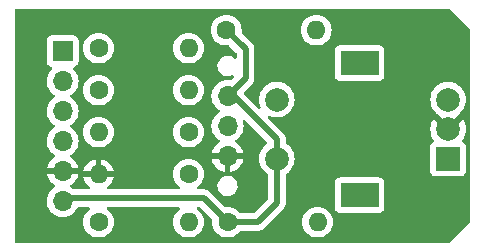
<source format=gbr>
%TF.GenerationSoftware,KiCad,Pcbnew,7.0.2*%
%TF.CreationDate,2023-05-26T20:55:18+09:00*%
%TF.ProjectId,Pmod_encoder,506d6f64-5f65-46e6-936f-6465722e6b69,rev?*%
%TF.SameCoordinates,Original*%
%TF.FileFunction,Copper,L2,Bot*%
%TF.FilePolarity,Positive*%
%FSLAX46Y46*%
G04 Gerber Fmt 4.6, Leading zero omitted, Abs format (unit mm)*
G04 Created by KiCad (PCBNEW 7.0.2) date 2023-05-26 20:55:18*
%MOMM*%
%LPD*%
G01*
G04 APERTURE LIST*
%TA.AperFunction,ComponentPad*%
%ADD10R,1.700000X1.700000*%
%TD*%
%TA.AperFunction,ComponentPad*%
%ADD11O,1.700000X1.700000*%
%TD*%
%TA.AperFunction,ComponentPad*%
%ADD12C,1.600000*%
%TD*%
%TA.AperFunction,ComponentPad*%
%ADD13O,1.600000X1.600000*%
%TD*%
%TA.AperFunction,ComponentPad*%
%ADD14R,2.000000X2.000000*%
%TD*%
%TA.AperFunction,ComponentPad*%
%ADD15C,2.000000*%
%TD*%
%TA.AperFunction,ComponentPad*%
%ADD16R,3.200000X2.000000*%
%TD*%
%TA.AperFunction,ViaPad*%
%ADD17C,0.800000*%
%TD*%
%TA.AperFunction,Conductor*%
%ADD18C,0.500000*%
%TD*%
G04 APERTURE END LIST*
D10*
%TO.P,J1,1,Pin_1*%
%TO.N,Net-(J1-Pin_1)*%
X102624000Y-86868000D03*
D11*
%TO.P,J1,2,Pin_2*%
%TO.N,Net-(J1-Pin_2)*%
X102624000Y-89408000D03*
%TO.P,J1,3,Pin_3*%
%TO.N,Net-(J1-Pin_3)*%
X102624000Y-91948000D03*
%TO.P,J1,4,Pin_4*%
%TO.N,Net-(J1-Pin_4)*%
X102624000Y-94488000D03*
%TO.P,J1,5,Pin_5*%
%TO.N,GND*%
X102624000Y-97028000D03*
%TO.P,J1,6,Pin_6*%
%TO.N,VCC*%
X102624000Y-99568000D03*
%TD*%
D12*
%TO.P,R1,1*%
%TO.N,Net-(SW1-B)*%
X113284000Y-93726000D03*
D13*
%TO.P,R1,2*%
%TO.N,Net-(J1-Pin_4)*%
X105664000Y-93726000D03*
%TD*%
D12*
%TO.P,R7,1*%
%TO.N,VCC*%
X116586000Y-101346000D03*
D13*
%TO.P,R7,2*%
%TO.N,Net-(R3-Pad2)*%
X124206000Y-101346000D03*
%TD*%
D12*
%TO.P,R4,1*%
%TO.N,Net-(J1-Pin_3)*%
X105664000Y-101346000D03*
D13*
%TO.P,R4,2*%
%TO.N,Net-(R4-Pad2)*%
X113284000Y-101346000D03*
%TD*%
D12*
%TO.P,R6,1*%
%TO.N,Net-(R4-Pad2)*%
X113284000Y-97282000D03*
D13*
%TO.P,R6,2*%
%TO.N,GND*%
X105664000Y-97282000D03*
%TD*%
D12*
%TO.P,R3,1*%
%TO.N,Net-(J1-Pin_1)*%
X105664000Y-90170000D03*
D13*
%TO.P,R3,2*%
%TO.N,Net-(R3-Pad2)*%
X113284000Y-90170000D03*
%TD*%
D12*
%TO.P,R5,1*%
%TO.N,VCC*%
X116482500Y-85090000D03*
D13*
%TO.P,R5,2*%
%TO.N,Net-(R2-Pad2)*%
X124102500Y-85090000D03*
%TD*%
D11*
%TO.P,SW1,1,A*%
%TO.N,VCC*%
X116586000Y-90678000D03*
%TO.P,SW1,2,B*%
%TO.N,Net-(SW1-B)*%
X116586000Y-93218000D03*
%TO.P,SW1,3,C*%
%TO.N,GND*%
X116586000Y-95758000D03*
%TD*%
D12*
%TO.P,R2,1*%
%TO.N,Net-(J1-Pin_2)*%
X105664000Y-86614000D03*
D13*
%TO.P,R2,2*%
%TO.N,Net-(R2-Pad2)*%
X113284000Y-86614000D03*
%TD*%
D14*
%TO.P,SW2,A,A*%
%TO.N,Net-(R3-Pad2)*%
X135262000Y-95972000D03*
D15*
%TO.P,SW2,B,B*%
%TO.N,Net-(R2-Pad2)*%
X135262000Y-90972000D03*
%TO.P,SW2,C,C*%
%TO.N,GND*%
X135262000Y-93472000D03*
D16*
%TO.P,SW2,MP*%
%TO.N,N/C*%
X127762000Y-99072000D03*
X127762000Y-87872000D03*
D15*
%TO.P,SW2,S1,S1*%
%TO.N,Net-(R4-Pad2)*%
X120762000Y-90972000D03*
%TO.P,SW2,S2,S2*%
%TO.N,VCC*%
X120762000Y-95972000D03*
%TD*%
D17*
%TO.N,GND*%
X109982000Y-84328000D03*
%TD*%
D18*
%TO.N,VCC*%
X118110000Y-86717500D02*
X116482500Y-85090000D01*
X102624000Y-99568000D02*
X102878000Y-99314000D01*
X116586000Y-90678000D02*
X118110000Y-89154000D01*
X119126000Y-101346000D02*
X120762000Y-99710000D01*
X117094000Y-90678000D02*
X116586000Y-90678000D01*
X118110000Y-89154000D02*
X118110000Y-86717500D01*
X102878000Y-99314000D02*
X114554000Y-99314000D01*
X120762000Y-95972000D02*
X120762000Y-94346000D01*
X120762000Y-94346000D02*
X117094000Y-90678000D01*
X116586000Y-101346000D02*
X119126000Y-101346000D01*
X114554000Y-99314000D02*
X116586000Y-101346000D01*
X120762000Y-99710000D02*
X120762000Y-95972000D01*
%TD*%
%TA.AperFunction,Conductor*%
%TO.N,GND*%
G36*
X135397469Y-83332185D02*
G01*
X135418111Y-83348819D01*
X137123181Y-85053888D01*
X137156666Y-85115211D01*
X137159500Y-85141569D01*
X137159500Y-101294428D01*
X137139815Y-101361467D01*
X137123181Y-101382109D01*
X135418110Y-103087181D01*
X135356787Y-103120666D01*
X135330429Y-103123500D01*
X98676500Y-103123500D01*
X98609461Y-103103815D01*
X98563706Y-103051011D01*
X98552500Y-102999500D01*
X98552500Y-99568000D01*
X101268340Y-99568000D01*
X101288936Y-99803407D01*
X101330275Y-99957684D01*
X101350097Y-100031663D01*
X101449965Y-100245830D01*
X101585505Y-100439401D01*
X101752599Y-100606495D01*
X101946170Y-100742035D01*
X102160337Y-100841903D01*
X102388592Y-100903063D01*
X102623999Y-100923659D01*
X102623999Y-100923658D01*
X102624000Y-100923659D01*
X102859408Y-100903063D01*
X103087663Y-100841903D01*
X103301830Y-100742035D01*
X103495401Y-100606495D01*
X103662495Y-100439401D01*
X103798035Y-100245830D01*
X103849206Y-100136093D01*
X103895377Y-100083656D01*
X103961587Y-100064500D01*
X104833540Y-100064500D01*
X104900579Y-100084185D01*
X104946334Y-100136989D01*
X104956278Y-100206147D01*
X104927253Y-100269703D01*
X104904663Y-100290075D01*
X104824859Y-100345953D01*
X104663953Y-100506859D01*
X104533432Y-100693264D01*
X104437261Y-100899502D01*
X104378364Y-101119310D01*
X104358531Y-101346000D01*
X104378364Y-101572689D01*
X104437261Y-101792497D01*
X104533432Y-101998735D01*
X104663953Y-102185140D01*
X104824859Y-102346046D01*
X105011264Y-102476567D01*
X105011265Y-102476567D01*
X105011266Y-102476568D01*
X105217504Y-102572739D01*
X105437308Y-102631635D01*
X105664000Y-102651468D01*
X105890692Y-102631635D01*
X106110496Y-102572739D01*
X106316734Y-102476568D01*
X106503139Y-102346047D01*
X106664047Y-102185139D01*
X106794568Y-101998734D01*
X106890739Y-101792496D01*
X106949635Y-101572692D01*
X106969468Y-101346000D01*
X106949635Y-101119308D01*
X106890739Y-100899504D01*
X106794568Y-100693266D01*
X106726113Y-100595500D01*
X106664046Y-100506859D01*
X106503140Y-100345953D01*
X106423337Y-100290075D01*
X106379712Y-100235499D01*
X106372518Y-100166000D01*
X106404041Y-100103645D01*
X106464270Y-100068231D01*
X106494460Y-100064500D01*
X112453540Y-100064500D01*
X112520579Y-100084185D01*
X112566334Y-100136989D01*
X112576278Y-100206147D01*
X112547253Y-100269703D01*
X112524663Y-100290075D01*
X112444859Y-100345953D01*
X112283953Y-100506859D01*
X112153432Y-100693264D01*
X112057261Y-100899502D01*
X111998364Y-101119310D01*
X111978531Y-101345999D01*
X111998364Y-101572689D01*
X112057261Y-101792497D01*
X112153432Y-101998735D01*
X112283953Y-102185140D01*
X112444859Y-102346046D01*
X112631264Y-102476567D01*
X112631265Y-102476567D01*
X112631266Y-102476568D01*
X112837504Y-102572739D01*
X113057308Y-102631635D01*
X113208435Y-102644856D01*
X113283999Y-102651468D01*
X113283999Y-102651467D01*
X113284000Y-102651468D01*
X113510692Y-102631635D01*
X113730496Y-102572739D01*
X113936734Y-102476568D01*
X114123139Y-102346047D01*
X114284047Y-102185139D01*
X114414568Y-101998734D01*
X114510739Y-101792496D01*
X114569635Y-101572692D01*
X114589468Y-101346000D01*
X114569635Y-101119308D01*
X114510739Y-100899504D01*
X114414568Y-100693266D01*
X114346113Y-100595500D01*
X114284046Y-100506859D01*
X114123140Y-100345953D01*
X114043337Y-100290075D01*
X113999712Y-100235499D01*
X113992518Y-100166000D01*
X114024041Y-100103645D01*
X114084270Y-100068231D01*
X114114460Y-100064500D01*
X114191770Y-100064500D01*
X114258809Y-100084185D01*
X114279451Y-100100819D01*
X115259282Y-101080650D01*
X115292767Y-101141973D01*
X115295129Y-101179138D01*
X115280531Y-101345999D01*
X115300364Y-101572689D01*
X115359261Y-101792497D01*
X115455432Y-101998735D01*
X115585953Y-102185140D01*
X115746859Y-102346046D01*
X115933264Y-102476567D01*
X115933265Y-102476567D01*
X115933266Y-102476568D01*
X116139504Y-102572739D01*
X116359308Y-102631635D01*
X116586000Y-102651468D01*
X116812692Y-102631635D01*
X117032496Y-102572739D01*
X117238734Y-102476568D01*
X117425139Y-102346047D01*
X117586047Y-102185139D01*
X117611086Y-102149377D01*
X117665664Y-102105752D01*
X117712663Y-102096500D01*
X119062294Y-102096500D01*
X119080264Y-102097809D01*
X119084320Y-102098402D01*
X119104023Y-102101289D01*
X119153368Y-102096972D01*
X119164176Y-102096500D01*
X119166100Y-102096500D01*
X119169709Y-102096500D01*
X119200550Y-102092894D01*
X119204031Y-102092539D01*
X119278797Y-102085999D01*
X119278797Y-102085998D01*
X119280052Y-102085889D01*
X119299062Y-102081674D01*
X119300250Y-102081241D01*
X119300255Y-102081241D01*
X119370820Y-102055557D01*
X119374095Y-102054419D01*
X119445334Y-102030814D01*
X119445336Y-102030812D01*
X119446536Y-102030415D01*
X119464063Y-102021929D01*
X119465112Y-102021238D01*
X119465117Y-102021237D01*
X119527806Y-101980005D01*
X119530798Y-101978099D01*
X119594656Y-101938712D01*
X119594656Y-101938711D01*
X119595729Y-101938050D01*
X119610824Y-101925753D01*
X119611692Y-101924832D01*
X119611696Y-101924830D01*
X119663185Y-101870253D01*
X119665631Y-101867735D01*
X120187367Y-101345999D01*
X122900531Y-101345999D01*
X122920364Y-101572689D01*
X122979261Y-101792497D01*
X123075432Y-101998735D01*
X123205953Y-102185140D01*
X123366859Y-102346046D01*
X123553264Y-102476567D01*
X123553265Y-102476567D01*
X123553266Y-102476568D01*
X123759504Y-102572739D01*
X123979308Y-102631635D01*
X124206000Y-102651468D01*
X124432692Y-102631635D01*
X124652496Y-102572739D01*
X124858734Y-102476568D01*
X125045139Y-102346047D01*
X125206047Y-102185139D01*
X125336568Y-101998734D01*
X125432739Y-101792496D01*
X125491635Y-101572692D01*
X125511468Y-101346000D01*
X125491635Y-101119308D01*
X125432739Y-100899504D01*
X125336568Y-100693266D01*
X125268113Y-100595500D01*
X125206046Y-100506859D01*
X125045140Y-100345953D01*
X124858735Y-100215432D01*
X124652497Y-100119261D01*
X124642484Y-100116578D01*
X125661500Y-100116578D01*
X125661501Y-100119872D01*
X125661853Y-100123152D01*
X125661854Y-100123159D01*
X125667909Y-100179484D01*
X125683643Y-100221669D01*
X125718204Y-100314331D01*
X125804454Y-100429546D01*
X125919669Y-100515796D01*
X126054517Y-100566091D01*
X126114127Y-100572500D01*
X129409872Y-100572499D01*
X129469483Y-100566091D01*
X129604331Y-100515796D01*
X129719546Y-100429546D01*
X129805796Y-100314331D01*
X129856091Y-100179483D01*
X129862500Y-100119873D01*
X129862499Y-98024128D01*
X129856091Y-97964517D01*
X129805796Y-97829669D01*
X129719546Y-97714454D01*
X129604331Y-97628204D01*
X129469483Y-97577909D01*
X129409873Y-97571500D01*
X129406550Y-97571500D01*
X126117439Y-97571500D01*
X126117420Y-97571500D01*
X126114128Y-97571501D01*
X126110848Y-97571853D01*
X126110840Y-97571854D01*
X126054515Y-97577909D01*
X125919669Y-97628204D01*
X125804454Y-97714454D01*
X125718204Y-97829668D01*
X125667910Y-97964515D01*
X125667909Y-97964517D01*
X125661500Y-98024127D01*
X125661500Y-98027448D01*
X125661500Y-98027449D01*
X125661500Y-100116560D01*
X125661500Y-100116578D01*
X124642484Y-100116578D01*
X124432689Y-100060364D01*
X124206000Y-100040531D01*
X123979310Y-100060364D01*
X123759502Y-100119261D01*
X123553264Y-100215432D01*
X123366859Y-100345953D01*
X123205953Y-100506859D01*
X123075432Y-100693264D01*
X122979261Y-100899502D01*
X122920364Y-101119310D01*
X122900531Y-101345999D01*
X120187367Y-101345999D01*
X121247638Y-100285727D01*
X121261256Y-100273957D01*
X121280530Y-100259610D01*
X121312372Y-100221661D01*
X121319686Y-100213681D01*
X121320267Y-100213099D01*
X121323590Y-100209777D01*
X121342837Y-100185433D01*
X121345031Y-100182738D01*
X121393302Y-100125214D01*
X121393303Y-100125210D01*
X121394119Y-100124239D01*
X121404575Y-100107825D01*
X121405109Y-100106679D01*
X121405111Y-100106677D01*
X121436816Y-100038682D01*
X121438369Y-100035475D01*
X121472040Y-99968433D01*
X121472040Y-99968429D01*
X121472610Y-99967296D01*
X121478999Y-99948917D01*
X121479256Y-99947673D01*
X121494431Y-99874171D01*
X121495186Y-99870767D01*
X121512500Y-99797721D01*
X121512500Y-99797717D01*
X121512790Y-99796494D01*
X121514769Y-99777123D01*
X121514732Y-99775859D01*
X121514733Y-99775856D01*
X121512552Y-99700888D01*
X121512500Y-99697283D01*
X121512500Y-97345872D01*
X121532185Y-97278833D01*
X121577486Y-97236815D01*
X121585509Y-97232474D01*
X121585515Y-97232470D01*
X121682668Y-97156852D01*
X121781744Y-97079738D01*
X121950164Y-96896785D01*
X122086173Y-96688607D01*
X122186063Y-96460881D01*
X122247108Y-96219821D01*
X122267643Y-95972000D01*
X122247108Y-95724179D01*
X122186063Y-95483119D01*
X122086173Y-95255393D01*
X121950164Y-95047215D01*
X121781744Y-94864262D01*
X121715355Y-94812589D01*
X121585508Y-94711525D01*
X121577478Y-94707179D01*
X121527889Y-94657958D01*
X121512500Y-94598127D01*
X121512500Y-94409705D01*
X121513809Y-94391735D01*
X121515713Y-94378734D01*
X121517289Y-94367977D01*
X121512971Y-94318633D01*
X121512500Y-94307827D01*
X121512500Y-94305901D01*
X121512500Y-94302291D01*
X121508898Y-94271478D01*
X121508534Y-94267915D01*
X121501888Y-94191942D01*
X121497674Y-94172935D01*
X121497241Y-94171745D01*
X121471571Y-94101217D01*
X121470424Y-94097917D01*
X121446814Y-94026665D01*
X121446812Y-94026662D01*
X121446415Y-94025463D01*
X121437929Y-94007936D01*
X121437237Y-94006884D01*
X121437237Y-94006883D01*
X121396025Y-93944224D01*
X121394106Y-93941212D01*
X121354048Y-93876267D01*
X121341750Y-93861172D01*
X121286290Y-93808848D01*
X121283703Y-93806335D01*
X120035203Y-92557835D01*
X120001718Y-92496512D01*
X120006702Y-92426820D01*
X120048574Y-92370887D01*
X120114038Y-92346470D01*
X120163146Y-92352872D01*
X120392386Y-92431571D01*
X120637665Y-92472500D01*
X120886335Y-92472500D01*
X121131614Y-92431571D01*
X121366810Y-92350828D01*
X121585509Y-92232474D01*
X121781744Y-92079738D01*
X121950164Y-91896785D01*
X122086173Y-91688607D01*
X122186063Y-91460881D01*
X122247108Y-91219821D01*
X122267643Y-90972000D01*
X122267643Y-90971999D01*
X133756356Y-90971999D01*
X133776891Y-91219816D01*
X133776891Y-91219819D01*
X133776892Y-91219821D01*
X133837937Y-91460881D01*
X133848226Y-91484337D01*
X133937825Y-91688604D01*
X133937827Y-91688607D01*
X134073836Y-91896785D01*
X134209325Y-92043965D01*
X134242259Y-92079741D01*
X134343374Y-92158442D01*
X134384187Y-92215152D01*
X134388300Y-92244748D01*
X135129466Y-92985913D01*
X135119685Y-92987320D01*
X134988900Y-93047048D01*
X134880239Y-93141202D01*
X134802507Y-93262156D01*
X134778923Y-93342475D01*
X134038564Y-92602116D01*
X133938266Y-92755634D01*
X133838413Y-92983278D01*
X133777386Y-93224267D01*
X133756858Y-93472000D01*
X133777386Y-93719732D01*
X133838413Y-93960721D01*
X133938268Y-94188370D01*
X134050484Y-94360128D01*
X134070672Y-94427018D01*
X134051493Y-94494203D01*
X134020987Y-94527217D01*
X133904454Y-94614453D01*
X133818204Y-94729668D01*
X133767910Y-94864515D01*
X133767909Y-94864517D01*
X133761500Y-94924127D01*
X133761500Y-94927448D01*
X133761500Y-94927449D01*
X133761500Y-97016560D01*
X133761500Y-97016578D01*
X133761501Y-97019872D01*
X133761853Y-97023152D01*
X133761854Y-97023159D01*
X133767909Y-97079484D01*
X133771322Y-97088634D01*
X133818204Y-97214331D01*
X133904454Y-97329546D01*
X134019669Y-97415796D01*
X134154517Y-97466091D01*
X134214127Y-97472500D01*
X136309872Y-97472499D01*
X136369483Y-97466091D01*
X136504331Y-97415796D01*
X136619546Y-97329546D01*
X136705796Y-97214331D01*
X136756091Y-97079483D01*
X136762500Y-97019873D01*
X136762499Y-94924128D01*
X136756091Y-94864517D01*
X136705796Y-94729669D01*
X136619546Y-94614454D01*
X136504331Y-94528204D01*
X136504329Y-94528203D01*
X136503013Y-94527218D01*
X136461142Y-94471284D01*
X136456158Y-94401593D01*
X136473515Y-94360129D01*
X136585733Y-94188365D01*
X136685586Y-93960721D01*
X136746613Y-93719732D01*
X136767141Y-93471999D01*
X136746613Y-93224267D01*
X136685586Y-92983278D01*
X136585730Y-92755630D01*
X136485434Y-92602116D01*
X135745076Y-93342474D01*
X135721493Y-93262156D01*
X135643761Y-93141202D01*
X135535100Y-93047048D01*
X135404315Y-92987320D01*
X135394534Y-92985913D01*
X136137898Y-92242548D01*
X136148515Y-92195852D01*
X136180618Y-92158446D01*
X136281744Y-92079738D01*
X136450164Y-91896785D01*
X136586173Y-91688607D01*
X136686063Y-91460881D01*
X136747108Y-91219821D01*
X136767643Y-90972000D01*
X136747108Y-90724179D01*
X136686063Y-90483119D01*
X136586173Y-90255393D01*
X136450164Y-90047215D01*
X136281744Y-89864262D01*
X136207659Y-89806599D01*
X136085514Y-89711529D01*
X136085510Y-89711526D01*
X136085509Y-89711526D01*
X135866810Y-89593172D01*
X135866806Y-89593170D01*
X135866805Y-89593170D01*
X135631615Y-89512429D01*
X135386335Y-89471500D01*
X135137665Y-89471500D01*
X134892384Y-89512429D01*
X134657194Y-89593170D01*
X134438485Y-89711529D01*
X134242259Y-89864259D01*
X134073837Y-90047214D01*
X133937825Y-90255395D01*
X133854002Y-90446494D01*
X133837937Y-90483119D01*
X133804161Y-90616496D01*
X133776891Y-90724183D01*
X133756356Y-90971999D01*
X122267643Y-90971999D01*
X122247108Y-90724179D01*
X122186063Y-90483119D01*
X122086173Y-90255393D01*
X121950164Y-90047215D01*
X121781744Y-89864262D01*
X121707659Y-89806599D01*
X121585514Y-89711529D01*
X121585510Y-89711526D01*
X121585509Y-89711526D01*
X121366810Y-89593172D01*
X121366806Y-89593170D01*
X121366805Y-89593170D01*
X121131615Y-89512429D01*
X120886335Y-89471500D01*
X120637665Y-89471500D01*
X120392384Y-89512429D01*
X120157194Y-89593170D01*
X119938485Y-89711529D01*
X119742259Y-89864259D01*
X119573837Y-90047214D01*
X119437825Y-90255395D01*
X119354002Y-90446494D01*
X119337937Y-90483119D01*
X119304161Y-90616496D01*
X119276891Y-90724183D01*
X119256356Y-90971999D01*
X119276891Y-91219816D01*
X119276891Y-91219819D01*
X119276892Y-91219821D01*
X119337937Y-91460881D01*
X119348225Y-91484336D01*
X119385570Y-91569474D01*
X119394473Y-91638774D01*
X119364496Y-91701886D01*
X119305156Y-91738773D01*
X119235294Y-91737722D01*
X119184333Y-91706965D01*
X117989048Y-90511680D01*
X117955563Y-90450357D01*
X117960547Y-90380665D01*
X117989048Y-90336318D01*
X118278152Y-90047214D01*
X118595638Y-89729727D01*
X118609256Y-89717957D01*
X118628530Y-89703610D01*
X118660372Y-89665661D01*
X118667686Y-89657681D01*
X118668267Y-89657099D01*
X118671590Y-89653777D01*
X118690832Y-89629438D01*
X118693054Y-89626711D01*
X118741302Y-89569214D01*
X118741302Y-89569212D01*
X118742117Y-89568242D01*
X118752566Y-89551840D01*
X118753105Y-89550682D01*
X118753110Y-89550677D01*
X118784832Y-89482647D01*
X118786348Y-89479516D01*
X118820040Y-89412433D01*
X118820040Y-89412429D01*
X118820610Y-89411296D01*
X118826999Y-89392917D01*
X118827256Y-89391673D01*
X118842431Y-89318172D01*
X118843190Y-89314753D01*
X118860500Y-89241721D01*
X118860499Y-89241718D01*
X118860792Y-89240487D01*
X118862769Y-89221130D01*
X118862732Y-89219860D01*
X118862733Y-89219856D01*
X118860551Y-89144887D01*
X118860499Y-89141281D01*
X118860499Y-88916578D01*
X125661500Y-88916578D01*
X125661501Y-88919872D01*
X125661853Y-88923152D01*
X125661854Y-88923159D01*
X125667909Y-88979484D01*
X125692657Y-89045836D01*
X125718204Y-89114331D01*
X125804454Y-89229546D01*
X125919669Y-89315796D01*
X126054517Y-89366091D01*
X126114127Y-89372500D01*
X129409872Y-89372499D01*
X129469483Y-89366091D01*
X129604331Y-89315796D01*
X129719546Y-89229546D01*
X129805796Y-89114331D01*
X129856091Y-88979483D01*
X129862500Y-88919873D01*
X129862499Y-86824128D01*
X129856091Y-86764517D01*
X129805796Y-86629669D01*
X129719546Y-86514454D01*
X129604331Y-86428204D01*
X129469483Y-86377909D01*
X129409873Y-86371500D01*
X129406550Y-86371500D01*
X126117439Y-86371500D01*
X126117420Y-86371500D01*
X126114128Y-86371501D01*
X126110848Y-86371853D01*
X126110840Y-86371854D01*
X126054515Y-86377909D01*
X125919669Y-86428204D01*
X125804454Y-86514454D01*
X125718204Y-86629668D01*
X125667910Y-86764515D01*
X125667909Y-86764517D01*
X125661500Y-86824127D01*
X125661500Y-86827448D01*
X125661500Y-86827449D01*
X125661500Y-88916560D01*
X125661500Y-88916578D01*
X118860499Y-88916578D01*
X118860499Y-87960330D01*
X118860499Y-86781191D01*
X118861809Y-86763232D01*
X118865289Y-86739476D01*
X118860972Y-86690129D01*
X118860500Y-86679323D01*
X118860500Y-86677401D01*
X118860500Y-86673791D01*
X118856903Y-86643020D01*
X118856536Y-86639429D01*
X118849889Y-86563449D01*
X118845672Y-86544430D01*
X118819592Y-86472774D01*
X118818408Y-86469368D01*
X118794814Y-86398166D01*
X118794812Y-86398163D01*
X118794415Y-86396964D01*
X118785929Y-86379436D01*
X118785237Y-86378384D01*
X118785237Y-86378383D01*
X118744001Y-86315688D01*
X118742086Y-86312681D01*
X118702048Y-86247769D01*
X118689748Y-86232670D01*
X118634273Y-86180332D01*
X118631686Y-86177819D01*
X117809216Y-85355348D01*
X117775731Y-85294025D01*
X117773369Y-85256863D01*
X117787968Y-85090000D01*
X117787968Y-85089999D01*
X122797031Y-85089999D01*
X122816864Y-85316689D01*
X122875761Y-85536497D01*
X122971932Y-85742735D01*
X123102453Y-85929140D01*
X123263359Y-86090046D01*
X123449764Y-86220567D01*
X123449765Y-86220567D01*
X123449766Y-86220568D01*
X123656004Y-86316739D01*
X123875808Y-86375635D01*
X124009231Y-86387308D01*
X124102499Y-86395468D01*
X124102499Y-86395467D01*
X124102500Y-86395468D01*
X124329192Y-86375635D01*
X124548996Y-86316739D01*
X124755234Y-86220568D01*
X124941639Y-86090047D01*
X125102547Y-85929139D01*
X125233068Y-85742734D01*
X125329239Y-85536496D01*
X125388135Y-85316692D01*
X125407968Y-85090000D01*
X125407934Y-85089617D01*
X125388135Y-84863310D01*
X125388135Y-84863308D01*
X125329239Y-84643504D01*
X125233068Y-84437266D01*
X125102547Y-84250861D01*
X125102546Y-84250859D01*
X124941640Y-84089953D01*
X124755235Y-83959432D01*
X124548997Y-83863261D01*
X124329189Y-83804364D01*
X124102500Y-83784531D01*
X123875810Y-83804364D01*
X123656002Y-83863261D01*
X123449764Y-83959432D01*
X123263359Y-84089953D01*
X123102453Y-84250859D01*
X122971932Y-84437264D01*
X122875761Y-84643502D01*
X122816864Y-84863310D01*
X122797031Y-85089999D01*
X117787968Y-85089999D01*
X117787934Y-85089617D01*
X117768135Y-84863310D01*
X117768135Y-84863308D01*
X117709239Y-84643504D01*
X117613068Y-84437266D01*
X117482547Y-84250861D01*
X117482546Y-84250859D01*
X117321640Y-84089953D01*
X117135235Y-83959432D01*
X116928997Y-83863261D01*
X116709189Y-83804364D01*
X116482499Y-83784531D01*
X116255810Y-83804364D01*
X116036002Y-83863261D01*
X115829764Y-83959432D01*
X115643359Y-84089953D01*
X115482453Y-84250859D01*
X115351932Y-84437264D01*
X115255761Y-84643502D01*
X115196864Y-84863310D01*
X115177031Y-85089999D01*
X115196864Y-85316689D01*
X115255761Y-85536497D01*
X115351932Y-85742735D01*
X115482453Y-85929140D01*
X115643359Y-86090046D01*
X115829764Y-86220567D01*
X115829765Y-86220567D01*
X115829766Y-86220568D01*
X116036004Y-86316739D01*
X116255808Y-86375635D01*
X116389231Y-86387308D01*
X116482499Y-86395468D01*
X116482499Y-86395467D01*
X116482500Y-86395468D01*
X116649361Y-86380869D01*
X116717859Y-86394635D01*
X116747848Y-86416716D01*
X117323181Y-86992048D01*
X117356666Y-87053371D01*
X117359500Y-87079729D01*
X117359500Y-87407634D01*
X117339815Y-87474673D01*
X117287011Y-87520428D01*
X117217853Y-87530372D01*
X117160458Y-87506349D01*
X117027063Y-87404944D01*
X116859169Y-87327268D01*
X116678497Y-87287500D01*
X116539887Y-87287500D01*
X116536552Y-87287862D01*
X116536546Y-87287863D01*
X116402091Y-87302485D01*
X116226779Y-87361556D01*
X116068262Y-87456931D01*
X115933960Y-87584149D01*
X115830140Y-87737272D01*
X115761669Y-87909121D01*
X115731740Y-88091685D01*
X115741754Y-88276407D01*
X115791245Y-88454658D01*
X115877899Y-88618103D01*
X115997663Y-88759100D01*
X116144936Y-88871055D01*
X116312830Y-88948731D01*
X116312831Y-88948731D01*
X116312833Y-88948732D01*
X116493503Y-88988500D01*
X116628754Y-88988500D01*
X116632113Y-88988500D01*
X116769910Y-88973514D01*
X116945221Y-88914444D01*
X116945221Y-88914443D01*
X116958000Y-88910138D01*
X116958977Y-88913039D01*
X117006339Y-88900636D01*
X117072769Y-88922286D01*
X117116949Y-88976414D01*
X117124852Y-89045836D01*
X117093968Y-89108509D01*
X117090368Y-89112263D01*
X116897501Y-89305130D01*
X116836178Y-89338615D01*
X116799013Y-89340977D01*
X116586000Y-89322340D01*
X116350592Y-89342936D01*
X116122336Y-89404097D01*
X115908170Y-89503965D01*
X115714598Y-89639505D01*
X115547505Y-89806598D01*
X115411965Y-90000170D01*
X115312097Y-90214336D01*
X115250936Y-90442592D01*
X115230340Y-90678000D01*
X115250936Y-90913407D01*
X115276588Y-91009140D01*
X115312097Y-91141663D01*
X115411965Y-91355830D01*
X115547505Y-91549401D01*
X115714599Y-91716495D01*
X115900160Y-91846426D01*
X115943783Y-91901002D01*
X115950976Y-91970501D01*
X115919454Y-92032855D01*
X115900159Y-92049575D01*
X115714595Y-92179508D01*
X115547505Y-92346598D01*
X115411965Y-92540170D01*
X115312097Y-92754336D01*
X115250936Y-92982592D01*
X115230340Y-93218000D01*
X115250936Y-93453407D01*
X115263236Y-93499310D01*
X115312097Y-93681663D01*
X115411965Y-93895830D01*
X115547505Y-94089401D01*
X115714599Y-94256495D01*
X115900596Y-94386732D01*
X115944219Y-94441307D01*
X115951412Y-94510806D01*
X115919890Y-94573160D01*
X115900595Y-94589880D01*
X115714919Y-94719892D01*
X115547890Y-94886921D01*
X115412400Y-95080421D01*
X115312569Y-95294507D01*
X115255364Y-95507999D01*
X115255364Y-95508000D01*
X116152314Y-95508000D01*
X116126507Y-95548156D01*
X116086000Y-95686111D01*
X116086000Y-95829889D01*
X116126507Y-95967844D01*
X116152314Y-96008000D01*
X115255364Y-96008000D01*
X115312569Y-96221492D01*
X115412399Y-96435576D01*
X115547893Y-96629081D01*
X115714918Y-96796106D01*
X115908423Y-96931600D01*
X116122509Y-97031430D01*
X116336000Y-97088634D01*
X116336000Y-96193501D01*
X116443685Y-96242680D01*
X116550237Y-96258000D01*
X116621763Y-96258000D01*
X116728315Y-96242680D01*
X116835999Y-96193501D01*
X116835999Y-97088633D01*
X117049491Y-97031430D01*
X117263576Y-96931600D01*
X117457081Y-96796106D01*
X117624106Y-96629081D01*
X117759600Y-96435576D01*
X117859430Y-96221492D01*
X117916636Y-96008000D01*
X117019686Y-96008000D01*
X117045493Y-95967844D01*
X117086000Y-95829889D01*
X117086000Y-95686111D01*
X117045493Y-95548156D01*
X117019686Y-95508000D01*
X117916636Y-95508000D01*
X117916635Y-95507999D01*
X117859430Y-95294507D01*
X117759599Y-95080421D01*
X117624109Y-94886921D01*
X117457081Y-94719893D01*
X117271404Y-94589880D01*
X117227780Y-94535303D01*
X117220587Y-94465804D01*
X117252109Y-94403450D01*
X117271399Y-94386734D01*
X117457401Y-94256495D01*
X117624495Y-94089401D01*
X117760035Y-93895830D01*
X117859903Y-93681663D01*
X117921063Y-93453408D01*
X117941659Y-93218000D01*
X117921063Y-92982592D01*
X117888512Y-92861108D01*
X117890175Y-92791261D01*
X117929337Y-92733398D01*
X117993565Y-92705894D01*
X118062468Y-92717480D01*
X118095968Y-92741336D01*
X119910992Y-94556359D01*
X119944477Y-94617682D01*
X119939493Y-94687374D01*
X119899474Y-94741893D01*
X119742256Y-94864261D01*
X119573837Y-95047214D01*
X119437825Y-95255395D01*
X119392203Y-95359404D01*
X119337937Y-95483119D01*
X119286532Y-95686111D01*
X119276891Y-95724183D01*
X119256356Y-95972000D01*
X119276891Y-96219816D01*
X119276891Y-96219819D01*
X119276892Y-96219821D01*
X119337937Y-96460881D01*
X119367378Y-96528000D01*
X119437825Y-96688604D01*
X119437827Y-96688607D01*
X119573836Y-96896785D01*
X119742256Y-97079738D01*
X119753686Y-97088634D01*
X119938485Y-97232470D01*
X119938487Y-97232471D01*
X119938491Y-97232474D01*
X119946518Y-97236818D01*
X119996106Y-97286036D01*
X120011498Y-97345871D01*
X120011499Y-99347770D01*
X119991814Y-99414809D01*
X119975180Y-99435451D01*
X118851451Y-100559181D01*
X118790128Y-100592666D01*
X118763770Y-100595500D01*
X117712663Y-100595500D01*
X117645624Y-100575815D01*
X117611088Y-100542623D01*
X117586046Y-100506859D01*
X117425140Y-100345953D01*
X117238735Y-100215432D01*
X117032497Y-100119261D01*
X116812689Y-100060364D01*
X116585999Y-100040531D01*
X116419138Y-100055129D01*
X116350638Y-100041362D01*
X116320650Y-100019282D01*
X115129728Y-98828360D01*
X115117946Y-98814727D01*
X115103609Y-98795469D01*
X115065666Y-98763631D01*
X115057691Y-98756323D01*
X115056329Y-98754961D01*
X115053777Y-98752409D01*
X115029444Y-98733169D01*
X115026647Y-98730890D01*
X114968251Y-98681890D01*
X114951821Y-98671422D01*
X114882691Y-98639186D01*
X114879447Y-98637615D01*
X114811306Y-98603394D01*
X114792903Y-98596997D01*
X114718211Y-98581574D01*
X114714692Y-98580794D01*
X114640490Y-98563208D01*
X114621121Y-98561229D01*
X114544869Y-98563448D01*
X114541263Y-98563500D01*
X114114460Y-98563500D01*
X114047421Y-98543815D01*
X114001666Y-98491011D01*
X113991722Y-98421853D01*
X114020747Y-98358297D01*
X114043337Y-98337925D01*
X114094848Y-98301856D01*
X114123139Y-98282047D01*
X114153501Y-98251685D01*
X115731740Y-98251685D01*
X115741754Y-98436407D01*
X115791245Y-98614658D01*
X115877899Y-98778103D01*
X115997663Y-98919100D01*
X116144936Y-99031055D01*
X116312830Y-99108731D01*
X116312831Y-99108731D01*
X116312833Y-99108732D01*
X116493503Y-99148500D01*
X116628754Y-99148500D01*
X116632113Y-99148500D01*
X116769910Y-99133514D01*
X116945221Y-99074444D01*
X117103736Y-98979070D01*
X117238041Y-98851849D01*
X117341858Y-98698730D01*
X117395855Y-98563208D01*
X117410330Y-98526878D01*
X117410330Y-98526877D01*
X117410331Y-98526875D01*
X117440260Y-98344317D01*
X117430245Y-98159593D01*
X117419568Y-98121139D01*
X117380754Y-97981341D01*
X117294100Y-97817896D01*
X117206236Y-97714454D01*
X117174337Y-97676900D01*
X117161531Y-97667165D01*
X117027063Y-97564944D01*
X116859169Y-97487268D01*
X116678497Y-97447500D01*
X116539887Y-97447500D01*
X116536552Y-97447862D01*
X116536546Y-97447863D01*
X116402091Y-97462485D01*
X116226779Y-97521556D01*
X116068262Y-97616931D01*
X115933960Y-97744149D01*
X115830140Y-97897272D01*
X115761669Y-98069121D01*
X115731740Y-98251685D01*
X114153501Y-98251685D01*
X114284047Y-98121139D01*
X114414568Y-97934734D01*
X114510739Y-97728496D01*
X114569635Y-97508692D01*
X114589468Y-97282000D01*
X114569635Y-97055308D01*
X114510739Y-96835504D01*
X114414568Y-96629266D01*
X114414439Y-96629081D01*
X114284046Y-96442859D01*
X114123140Y-96281953D01*
X113936735Y-96151432D01*
X113730497Y-96055261D01*
X113510689Y-95996364D01*
X113283999Y-95976531D01*
X113057310Y-95996364D01*
X112837502Y-96055261D01*
X112631264Y-96151432D01*
X112444859Y-96281953D01*
X112283953Y-96442859D01*
X112153432Y-96629264D01*
X112057261Y-96835502D01*
X111998364Y-97055310D01*
X111978531Y-97281999D01*
X111998364Y-97508689D01*
X112057261Y-97728497D01*
X112153432Y-97934735D01*
X112283953Y-98121140D01*
X112444859Y-98282046D01*
X112524663Y-98337925D01*
X112568288Y-98392501D01*
X112575482Y-98462000D01*
X112543959Y-98524355D01*
X112483730Y-98559769D01*
X112453540Y-98563500D01*
X106493587Y-98563500D01*
X106426548Y-98543815D01*
X106380793Y-98491011D01*
X106370849Y-98421853D01*
X106399874Y-98358297D01*
X106422463Y-98337925D01*
X106502819Y-98281658D01*
X106663658Y-98120819D01*
X106794134Y-97934480D01*
X106890266Y-97728326D01*
X106942872Y-97532000D01*
X105979686Y-97532000D01*
X105991641Y-97520045D01*
X106049165Y-97407148D01*
X106068986Y-97282000D01*
X106049165Y-97156852D01*
X105991641Y-97043955D01*
X105979686Y-97032000D01*
X106942872Y-97032000D01*
X106942871Y-97031999D01*
X106890266Y-96835673D01*
X106794134Y-96629519D01*
X106663658Y-96443180D01*
X106502819Y-96282341D01*
X106316480Y-96151865D01*
X106110326Y-96055733D01*
X105914000Y-96003126D01*
X105914000Y-96966314D01*
X105902045Y-96954359D01*
X105789148Y-96896835D01*
X105695481Y-96882000D01*
X105632519Y-96882000D01*
X105538852Y-96896835D01*
X105425955Y-96954359D01*
X105413999Y-96966314D01*
X105413999Y-96003127D01*
X105413999Y-96003126D01*
X105217673Y-96055733D01*
X105011519Y-96151865D01*
X104825180Y-96282341D01*
X104664341Y-96443180D01*
X104533865Y-96629519D01*
X104437733Y-96835673D01*
X104385128Y-97031999D01*
X104385128Y-97032000D01*
X105348314Y-97032000D01*
X105336359Y-97043955D01*
X105278835Y-97156852D01*
X105259014Y-97282000D01*
X105278835Y-97407148D01*
X105336359Y-97520045D01*
X105348314Y-97532000D01*
X104385128Y-97532000D01*
X104437733Y-97728326D01*
X104533865Y-97934480D01*
X104664341Y-98120819D01*
X104825180Y-98281658D01*
X104905537Y-98337925D01*
X104949161Y-98392502D01*
X104956354Y-98462001D01*
X104924832Y-98524355D01*
X104864602Y-98559769D01*
X104834413Y-98563500D01*
X103580758Y-98563500D01*
X103513719Y-98543815D01*
X103499682Y-98532503D01*
X103495402Y-98529506D01*
X103495401Y-98529505D01*
X103309402Y-98399267D01*
X103265780Y-98344692D01*
X103258587Y-98275193D01*
X103290109Y-98212839D01*
X103309405Y-98196119D01*
X103495078Y-98066109D01*
X103662106Y-97899081D01*
X103797600Y-97705576D01*
X103897430Y-97491492D01*
X103954636Y-97278000D01*
X103057686Y-97278000D01*
X103083493Y-97237844D01*
X103124000Y-97099889D01*
X103124000Y-96956111D01*
X103083493Y-96818156D01*
X103057686Y-96778000D01*
X103954636Y-96778000D01*
X103954635Y-96777999D01*
X103897430Y-96564507D01*
X103797599Y-96350421D01*
X103662109Y-96156921D01*
X103495081Y-95989893D01*
X103309404Y-95859880D01*
X103265780Y-95805303D01*
X103258587Y-95735804D01*
X103290109Y-95673450D01*
X103309399Y-95656734D01*
X103495401Y-95526495D01*
X103662495Y-95359401D01*
X103798035Y-95165830D01*
X103897903Y-94951663D01*
X103959063Y-94723408D01*
X103979659Y-94488000D01*
X103959063Y-94252592D01*
X103897903Y-94024337D01*
X103798035Y-93810171D01*
X103739097Y-93725999D01*
X104358531Y-93725999D01*
X104378364Y-93952689D01*
X104437261Y-94172497D01*
X104533432Y-94378735D01*
X104663953Y-94565140D01*
X104824859Y-94726046D01*
X105011264Y-94856567D01*
X105011265Y-94856567D01*
X105011266Y-94856568D01*
X105217504Y-94952739D01*
X105437308Y-95011635D01*
X105664000Y-95031468D01*
X105890692Y-95011635D01*
X106110496Y-94952739D01*
X106316734Y-94856568D01*
X106503139Y-94726047D01*
X106664047Y-94565139D01*
X106794568Y-94378734D01*
X106890739Y-94172496D01*
X106949635Y-93952692D01*
X106969468Y-93726000D01*
X111978531Y-93726000D01*
X111998364Y-93952689D01*
X112057261Y-94172497D01*
X112153432Y-94378735D01*
X112283953Y-94565140D01*
X112444859Y-94726046D01*
X112631264Y-94856567D01*
X112631265Y-94856567D01*
X112631266Y-94856568D01*
X112837504Y-94952739D01*
X113057308Y-95011635D01*
X113208435Y-95024857D01*
X113283999Y-95031468D01*
X113283999Y-95031467D01*
X113284000Y-95031468D01*
X113510692Y-95011635D01*
X113730496Y-94952739D01*
X113936734Y-94856568D01*
X114123139Y-94726047D01*
X114284047Y-94565139D01*
X114414568Y-94378734D01*
X114510739Y-94172496D01*
X114569635Y-93952692D01*
X114589468Y-93726000D01*
X114569635Y-93499308D01*
X114510739Y-93279504D01*
X114414568Y-93073266D01*
X114396211Y-93047048D01*
X114284046Y-92886859D01*
X114123140Y-92725953D01*
X113936735Y-92595432D01*
X113730497Y-92499261D01*
X113510689Y-92440364D01*
X113283999Y-92420531D01*
X113057310Y-92440364D01*
X112837502Y-92499261D01*
X112631264Y-92595432D01*
X112444859Y-92725953D01*
X112283953Y-92886859D01*
X112153432Y-93073264D01*
X112057261Y-93279502D01*
X111998364Y-93499310D01*
X111978531Y-93726000D01*
X106969468Y-93726000D01*
X106949635Y-93499308D01*
X106890739Y-93279504D01*
X106794568Y-93073266D01*
X106776211Y-93047048D01*
X106664046Y-92886859D01*
X106503140Y-92725953D01*
X106316735Y-92595432D01*
X106110497Y-92499261D01*
X105890689Y-92440364D01*
X105664000Y-92420531D01*
X105437310Y-92440364D01*
X105217502Y-92499261D01*
X105011264Y-92595432D01*
X104824859Y-92725953D01*
X104663953Y-92886859D01*
X104533432Y-93073264D01*
X104437261Y-93279502D01*
X104378364Y-93499310D01*
X104358531Y-93725999D01*
X103739097Y-93725999D01*
X103662495Y-93616599D01*
X103495401Y-93449505D01*
X103309839Y-93319573D01*
X103266215Y-93264997D01*
X103259023Y-93195498D01*
X103290545Y-93133144D01*
X103309831Y-93116432D01*
X103495401Y-92986495D01*
X103662495Y-92819401D01*
X103798035Y-92625830D01*
X103897903Y-92411663D01*
X103959063Y-92183408D01*
X103979659Y-91948000D01*
X103959063Y-91712592D01*
X103897903Y-91484337D01*
X103798035Y-91270171D01*
X103662495Y-91076599D01*
X103495401Y-90909505D01*
X103309839Y-90779573D01*
X103266216Y-90724998D01*
X103259022Y-90655500D01*
X103290545Y-90593145D01*
X103309837Y-90576428D01*
X103495401Y-90446495D01*
X103662495Y-90279401D01*
X103739099Y-90169999D01*
X104358531Y-90169999D01*
X104378364Y-90396689D01*
X104437261Y-90616497D01*
X104533432Y-90822735D01*
X104663953Y-91009140D01*
X104824859Y-91170046D01*
X105011264Y-91300567D01*
X105011265Y-91300567D01*
X105011266Y-91300568D01*
X105217504Y-91396739D01*
X105437308Y-91455635D01*
X105664000Y-91475468D01*
X105890692Y-91455635D01*
X106110496Y-91396739D01*
X106316734Y-91300568D01*
X106503139Y-91170047D01*
X106664047Y-91009139D01*
X106794568Y-90822734D01*
X106890739Y-90616496D01*
X106949635Y-90396692D01*
X106969468Y-90170000D01*
X111978531Y-90170000D01*
X111998364Y-90396689D01*
X112057261Y-90616497D01*
X112153432Y-90822735D01*
X112283953Y-91009140D01*
X112444859Y-91170046D01*
X112631264Y-91300567D01*
X112631265Y-91300567D01*
X112631266Y-91300568D01*
X112837504Y-91396739D01*
X113057308Y-91455635D01*
X113208435Y-91468856D01*
X113283999Y-91475468D01*
X113283999Y-91475467D01*
X113284000Y-91475468D01*
X113510692Y-91455635D01*
X113730496Y-91396739D01*
X113936734Y-91300568D01*
X114123139Y-91170047D01*
X114284047Y-91009139D01*
X114414568Y-90822734D01*
X114510739Y-90616496D01*
X114569635Y-90396692D01*
X114589468Y-90170000D01*
X114569635Y-89943308D01*
X114510739Y-89723504D01*
X114414568Y-89517266D01*
X114411182Y-89512429D01*
X114284046Y-89330859D01*
X114123140Y-89169953D01*
X113936735Y-89039432D01*
X113730497Y-88943261D01*
X113510689Y-88884364D01*
X113283999Y-88864531D01*
X113057310Y-88884364D01*
X112837502Y-88943261D01*
X112631264Y-89039432D01*
X112444859Y-89169953D01*
X112283953Y-89330859D01*
X112153432Y-89517264D01*
X112057261Y-89723502D01*
X111998364Y-89943310D01*
X111978531Y-90170000D01*
X106969468Y-90170000D01*
X106949635Y-89943308D01*
X106890739Y-89723504D01*
X106794568Y-89517266D01*
X106791182Y-89512429D01*
X106664046Y-89330859D01*
X106503140Y-89169953D01*
X106316735Y-89039432D01*
X106110497Y-88943261D01*
X105890689Y-88884364D01*
X105664000Y-88864531D01*
X105437310Y-88884364D01*
X105217502Y-88943261D01*
X105011264Y-89039432D01*
X104824859Y-89169953D01*
X104663953Y-89330859D01*
X104533432Y-89517264D01*
X104437261Y-89723502D01*
X104378364Y-89943310D01*
X104358531Y-90169999D01*
X103739099Y-90169999D01*
X103798035Y-90085830D01*
X103897903Y-89871663D01*
X103959063Y-89643408D01*
X103979659Y-89408000D01*
X103959063Y-89172592D01*
X103897903Y-88944337D01*
X103798035Y-88730171D01*
X103662495Y-88536599D01*
X103540569Y-88414673D01*
X103507084Y-88353350D01*
X103512068Y-88283658D01*
X103553940Y-88227725D01*
X103584915Y-88210810D01*
X103716331Y-88161796D01*
X103831546Y-88075546D01*
X103917796Y-87960331D01*
X103968091Y-87825483D01*
X103974500Y-87765873D01*
X103974499Y-86613999D01*
X104358531Y-86613999D01*
X104378364Y-86840689D01*
X104437261Y-87060497D01*
X104533432Y-87266735D01*
X104663953Y-87453140D01*
X104824859Y-87614046D01*
X105011264Y-87744567D01*
X105011265Y-87744567D01*
X105011266Y-87744568D01*
X105217504Y-87840739D01*
X105437308Y-87899635D01*
X105664000Y-87919468D01*
X105890692Y-87899635D01*
X106110496Y-87840739D01*
X106316734Y-87744568D01*
X106503139Y-87614047D01*
X106664047Y-87453139D01*
X106794568Y-87266734D01*
X106890739Y-87060496D01*
X106949635Y-86840692D01*
X106969468Y-86614000D01*
X106969468Y-86613999D01*
X111978531Y-86613999D01*
X111998364Y-86840689D01*
X112057261Y-87060497D01*
X112153432Y-87266735D01*
X112283953Y-87453140D01*
X112444859Y-87614046D01*
X112631264Y-87744567D01*
X112631265Y-87744567D01*
X112631266Y-87744568D01*
X112837504Y-87840739D01*
X113057308Y-87899635D01*
X113208436Y-87912857D01*
X113283999Y-87919468D01*
X113283999Y-87919467D01*
X113284000Y-87919468D01*
X113510692Y-87899635D01*
X113730496Y-87840739D01*
X113936734Y-87744568D01*
X114123139Y-87614047D01*
X114284047Y-87453139D01*
X114414568Y-87266734D01*
X114510739Y-87060496D01*
X114569635Y-86840692D01*
X114589468Y-86614000D01*
X114569635Y-86387308D01*
X114510739Y-86167504D01*
X114414568Y-85961266D01*
X114392074Y-85929140D01*
X114284046Y-85774859D01*
X114123140Y-85613953D01*
X113936735Y-85483432D01*
X113730497Y-85387261D01*
X113510689Y-85328364D01*
X113284000Y-85308531D01*
X113057310Y-85328364D01*
X112837502Y-85387261D01*
X112631264Y-85483432D01*
X112444859Y-85613953D01*
X112283953Y-85774859D01*
X112153432Y-85961264D01*
X112057261Y-86167502D01*
X111998364Y-86387310D01*
X111978531Y-86613999D01*
X106969468Y-86613999D01*
X106949635Y-86387308D01*
X106890739Y-86167504D01*
X106794568Y-85961266D01*
X106772074Y-85929140D01*
X106664046Y-85774859D01*
X106503140Y-85613953D01*
X106316735Y-85483432D01*
X106110497Y-85387261D01*
X105890689Y-85328364D01*
X105664000Y-85308531D01*
X105437310Y-85328364D01*
X105217502Y-85387261D01*
X105011264Y-85483432D01*
X104824859Y-85613953D01*
X104663953Y-85774859D01*
X104533432Y-85961264D01*
X104437261Y-86167502D01*
X104378364Y-86387310D01*
X104358531Y-86613999D01*
X103974499Y-86613999D01*
X103974499Y-85970128D01*
X103968091Y-85910517D01*
X103917796Y-85775669D01*
X103831546Y-85660454D01*
X103716331Y-85574204D01*
X103581483Y-85523909D01*
X103521873Y-85517500D01*
X103518550Y-85517500D01*
X101729439Y-85517500D01*
X101729420Y-85517500D01*
X101726128Y-85517501D01*
X101722848Y-85517853D01*
X101722840Y-85517854D01*
X101666515Y-85523909D01*
X101531669Y-85574204D01*
X101416454Y-85660454D01*
X101330204Y-85775668D01*
X101279910Y-85910515D01*
X101279909Y-85910517D01*
X101273500Y-85970127D01*
X101273500Y-85973448D01*
X101273500Y-85973449D01*
X101273500Y-87762560D01*
X101273500Y-87762578D01*
X101273501Y-87765872D01*
X101273853Y-87769152D01*
X101273854Y-87769159D01*
X101279909Y-87825484D01*
X101285599Y-87840739D01*
X101330204Y-87960331D01*
X101416454Y-88075546D01*
X101531669Y-88161796D01*
X101643907Y-88203658D01*
X101663082Y-88210810D01*
X101719016Y-88252681D01*
X101743433Y-88318146D01*
X101728581Y-88386419D01*
X101707431Y-88414673D01*
X101585503Y-88536601D01*
X101449965Y-88730170D01*
X101350097Y-88944336D01*
X101288936Y-89172592D01*
X101268340Y-89408000D01*
X101288936Y-89643407D01*
X101332663Y-89806598D01*
X101350097Y-89871663D01*
X101449965Y-90085830D01*
X101585505Y-90279401D01*
X101752599Y-90446495D01*
X101938160Y-90576426D01*
X101981783Y-90631002D01*
X101988976Y-90700501D01*
X101957454Y-90762855D01*
X101938159Y-90779575D01*
X101752595Y-90909508D01*
X101585505Y-91076598D01*
X101449965Y-91270170D01*
X101350097Y-91484336D01*
X101288936Y-91712592D01*
X101268340Y-91947999D01*
X101288936Y-92183407D01*
X101332629Y-92346470D01*
X101350097Y-92411663D01*
X101449965Y-92625830D01*
X101585505Y-92819401D01*
X101752599Y-92986495D01*
X101938160Y-93116426D01*
X101981783Y-93171002D01*
X101988976Y-93240501D01*
X101957454Y-93302855D01*
X101938159Y-93319575D01*
X101752595Y-93449508D01*
X101585505Y-93616598D01*
X101449965Y-93810170D01*
X101350097Y-94024336D01*
X101288936Y-94252592D01*
X101268340Y-94488000D01*
X101288936Y-94723407D01*
X101332750Y-94886921D01*
X101350097Y-94951663D01*
X101449965Y-95165830D01*
X101585505Y-95359401D01*
X101752599Y-95526495D01*
X101938596Y-95656732D01*
X101982219Y-95711307D01*
X101989412Y-95780806D01*
X101957890Y-95843160D01*
X101938595Y-95859880D01*
X101752919Y-95989892D01*
X101585890Y-96156921D01*
X101450400Y-96350421D01*
X101350569Y-96564507D01*
X101293364Y-96777999D01*
X101293364Y-96778000D01*
X102190314Y-96778000D01*
X102164507Y-96818156D01*
X102124000Y-96956111D01*
X102124000Y-97099889D01*
X102164507Y-97237844D01*
X102190314Y-97278000D01*
X101293364Y-97278000D01*
X101350569Y-97491492D01*
X101450399Y-97705576D01*
X101585893Y-97899081D01*
X101752918Y-98066106D01*
X101938595Y-98196119D01*
X101982219Y-98250696D01*
X101989412Y-98320195D01*
X101957890Y-98382549D01*
X101938595Y-98399269D01*
X101752595Y-98529508D01*
X101585505Y-98696598D01*
X101449965Y-98890170D01*
X101350097Y-99104336D01*
X101288936Y-99332592D01*
X101268340Y-99568000D01*
X98552500Y-99568000D01*
X98552500Y-83436500D01*
X98572185Y-83369461D01*
X98624989Y-83323706D01*
X98676500Y-83312500D01*
X135330430Y-83312500D01*
X135397469Y-83332185D01*
G37*
%TD.AperFunction*%
%TD*%
M02*

</source>
